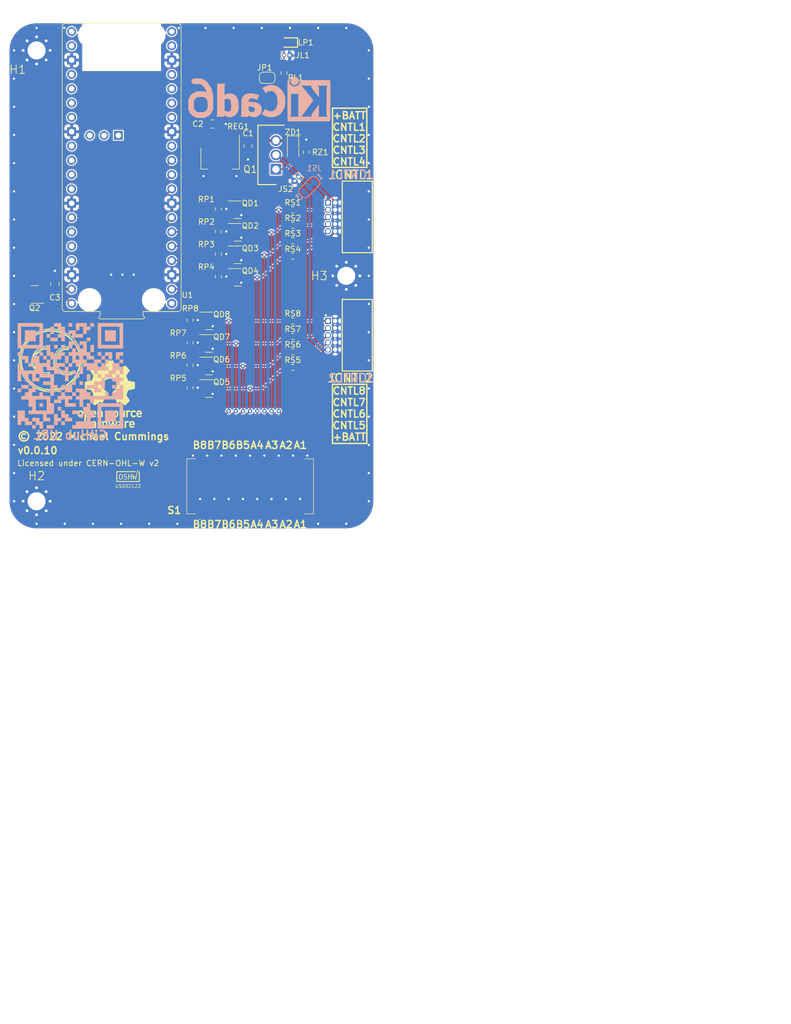
<source format=kicad_pcb>
(kicad_pcb (version 20211014) (generator pcbnew)
  (title_block (title "Picow SSR Control") (date "2023-01-25") (rev "0.0.10") (comment 2 "http://creativecommons.org/licenses/by-sa/4.0/") (comment 3 "License: CC By SA 4.0") (comment 4 "Author: Michael Cummings") (comment 5 "https://ohwr.org/project/cernohl/wikis/Documents/CERN-OHL-version-2") (comment 6 "Hardware License: CERN-OHL-W"))
  (layers (0 "F.Cu" signal) (31 "B.Cu" signal) (34 "B.Paste" user) (35 "F.Paste" user) (36 "B.SilkS" user "B.Silkscreen") (37 "F.SilkS" user "F.Silkscreen") (38 "B.Mask" user) (39 "F.Mask" user) (44 "Edge.Cuts" user))
  (net 0 "")
  (net 1 "/Power Management/VDC")
  (net 2 "GNDPWR")
  (net 3 "+5V")
  (net 4 "+BATT")
  (net 5 "Net-(JP1-Pad2)")
  (net 6 "/Control Out/PwrIn1")
  (net 7 "/Control Out/a1o")
  (net 8 "/Control Out/a2o")
  (net 9 "/Control Out/a3o")
  (net 10 "/Control Out/a4o")
  (net 11 "/Control Out/a8o")
  (net 12 "/Control Out/a7o")
  (net 13 "/Control Out/a6o")
  (net 14 "/Control Out/a5o")
  (net 38 "Net-(Q1-Pad1)")
  (net 39 "/Control Out/PwrIn2")
  (net 40 "Net-(JL1-Pad2)")
  (net 43 "/Pico W Control/VBUS")
  (net 44 "/Pico W Control/VSYS")
  (net 45 "/Pico W Control/IO4")
  (net 46 "/Control Out/BANK_A.CNTL4")
  (net 47 "/Pico W Control/IO3")
  (net 48 "/Control Out/BANK_A.CNTL3")
  (net 49 "/Pico W Control/IO2")
  (net 50 "/Control Out/BANK_A.CNTL2")
  (net 51 "/Pico W Control/IO1")
  (net 52 "/Control Out/BANK_A.CNTL1")
  (net 53 "/Pico W Control/IO8")
  (net 54 "/Control Out/BANK_B.CNTL8")
  (net 55 "/Pico W Control/IO7")
  (net 56 "/Control Out/BANK_B.CNTL7")
  (net 57 "/Pico W Control/IO6")
  (net 58 "/Control Out/BANK_B.CNTL6")
  (net 59 "/Pico W Control/IO5")
  (net 60 "/Control Out/BANK_B.CNTL5")
  (footprint "Connector_PinHeader_1.00mm:PinHeader_1x02_P1.00mm_Vertical" (layer "F.Cu") (at 67.346447 44.153553 135)
    (fp_text reference "JS2")
    (fp_text value "Conn_01x02" hide)
  )
  (footprint "Resistor_SMD:R_0603_1608Metric" (layer "F.Cu") (at 67 57.52)
    (fp_text reference "RS4")
    (fp_text value "270" hide)
  )
  (footprint "Resistor_SMD:R_0603_1608Metric" (layer "F.Cu") (at 67 71.75)
    (fp_text reference "RS7")
    (fp_text value "270" hide)
  )
  (footprint "Package_TO_SOT_SMD:SOT-23" (layer "F.Cu") (at 52.12 69)
    (fp_text reference "QD8")
    (fp_text value "2N7002K" hide)
  )
  (footprint "dragon_mobile:SAMTEC_SHF-105-01-L-D-RA" (layer "F.Cu") (at 73.885 71.54 -90)
    (fp_text reference "JCNTL2")
    (fp_text value "SHF-105-01-L-D-RA" hide)
  )
  (footprint "Resistor_SMD:R_0603_1608Metric" (layer "F.Cu") (at 67 49.27)
    (fp_text reference "RS1")
    (fp_text value "270" hide)
  )
  (footprint "Package_TO_SOT_SMD:SOT-223" (layer "F.Cu") (at 54.1 40.15 -90)
    (fp_text reference "REG1")
    (fp_text value "LM7805" hide)
  )
  (footprint "Resistor_SMD:R_0603_1608Metric" (layer "F.Cu") (at 48.77 80.875 -90)
    (fp_text reference "RP5")
    (fp_text value "10k" hide)
  )
  (footprint "Resistor_SMD:R_0603_1608Metric" (layer "F.Cu") (at 53.78 53.145 -90)
    (fp_text reference "RP2")
    (fp_text value "10k" hide)
  )
  (footprint "dragon_mobile:OSHW_Mono_0.1_Scale" (layer "F.Cu") (at 37.75 96.5)
    (fp_text reference "OSHW_Mono_0.1_Scale" hide)
    (fp_text value "US002122")
  )
  (footprint "Package_TO_SOT_SMD:SOT-23" (layer "F.Cu") (at 21.15 64.31 180)
    (fp_text reference "Q2")
    (fp_text value "DMG2305UX-7" hide)
  )
  (footprint "Resistor_SMD:R_0603_1608Metric" (layer "F.Cu") (at 67 77.25)
    (fp_text reference "RS5")
    (fp_text value "270" hide)
  )
  (footprint "Resistor_SMD:R_0603_1608Metric" (layer "F.Cu") (at 67 52.02)
    (fp_text reference "RS2")
    (fp_text value "270" hide)
  )
  (footprint "Resistor_SMD:R_0603_1608Metric" (layer "F.Cu") (at 48.77 76.875 -90)
    (fp_text reference "RP6")
    (fp_text value "10k" hide)
  )
  (footprint "Capacitor_SMD:C_0805_2012Metric" (layer "F.Cu") (at 52.75 34.05)
    (fp_text reference "C2")
    (fp_text value "100n" hide)
  )
  (footprint "Fiducial:Fiducial_0.5mm_Mask1mm" (layer "F.Cu") (at 21.5 26)
    (fp_text reference "FID1" hide)
    (fp_text value "Fiducial" hide)
  )
  (footprint "Resistor_SMD:R_0603_1608Metric" (layer "F.Cu") (at 69.4 39.075 90)
    (fp_text reference "RZ1")
    (fp_text value "100k" hide)
  )
  (footprint "dragon_mobile:1938MS" (layer "F.Cu") (at 59.42 98.35)
    (fp_text reference "S1")
    (fp_text value "193-8MS" hide)
  )
  (footprint "Fiducial:Fiducial_0.5mm_Mask1mm" (layer "F.Cu") (at 76.5 101)
    (fp_text reference "FID3" hide)
    (fp_text value "Fiducial" hide)
  )
  (footprint "Symbol:Symbol_CreativeCommons_SilkScreenTop_Type2_Big" (layer "F.Cu") (at 24 76)
    (fp_text reference "#LOGO2" hide)
    (fp_text value "Symbol_CreativeCommons_SilkScreenTop_Type2_Big" hide)
  )
  (footprint "Resistor_SMD:R_0603_1608Metric" (layer "F.Cu") (at 65.45 25.025 90)
    (fp_text reference "RL1")
    (fp_text value "270" hide)
  )
  (footprint "MountingHole:MountingHole_3.2mm_M3_Pad_Via" (layer "F.Cu") (at 21.5 101)
    (fp_text reference "H2")
    (fp_text value "MountingHole_Pad" hide)
  )
  (footprint "Resistor_SMD:R_0603_1608Metric" (layer "F.Cu") (at 53.78 49.145 -90)
    (fp_text reference "RP1")
    (fp_text value "10k" hide)
  )
  (footprint "Resistor_SMD:R_0603_1608Metric" (layer "F.Cu") (at 48.77 72.875 -90)
    (fp_text reference "RP7")
    (fp_text value "10k" hide)
  )
  (footprint "MountingHole:MountingHole_3.2mm_M3_Pad_Via" (layer "F.Cu") (at 21.5 21)
    (fp_text reference "H1")
    (fp_text value "MountingHole_Pad" hide)
  )
  (footprint "Resistor_SMD:R_0603_1608Metric" (layer "F.Cu") (at 67 74.5)
    (fp_text reference "RS6")
    (fp_text value "270" hide)
  )
  (footprint "Package_TO_SOT_SMD:SOT-23" (layer "F.Cu") (at 57.2 53.27)
    (fp_text reference "QD2")
    (fp_text value "2N7002K" hide)
  )
  (footprint "Package_TO_SOT_SMD:SOT-23" (layer "F.Cu") (at 57.2 49.27)
    (fp_text reference "QD1")
    (fp_text value "2N7002K" hide)
  )
  (footprint "Capacitor_SMD:C_0805_2012Metric" (layer "F.Cu") (at 59.05 37.95 -90)
    (fp_text reference "C1")
    (fp_text value "330n" hide)
  )
  (footprint "Connector_PinHeader_1.00mm:PinHeader_1x02_P1.00mm_Vertical" (layer "F.Cu") (at 66.45 21.85 -90)
    (fp_text reference "JL1")
    (fp_text value "Conn_01x02" hide)
  )
  (footprint "Resistor_SMD:R_0603_1608Metric" (layer "F.Cu") (at 53.78 57.145 -90)
    (fp_text reference "RP3")
    (fp_text value "10k" hide)
  )
  (footprint "Package_TO_SOT_SMD:SOT-23" (layer "F.Cu") (at 52.12 77)
    (fp_text reference "QD6")
    (fp_text value "2N7002K" hide)
  )
  (footprint "dragon_mobile:TO254P469X1042X1967-3P" (layer "F.Cu") (at 64 42.08 90)
    (fp_text reference "Q1")
    (fp_text value "IRF4905PBF" hide)
  )
  (footprint "Resistor_SMD:R_0603_1608Metric" (layer "F.Cu") (at 67 69)
    (fp_text reference "RS8")
    (fp_text value "270" hide)
  )
  (footprint "Resistor_SMD:R_0603_1608Metric" (layer "F.Cu") (at 67 54.77)
    (fp_text reference "RS3")
    (fp_text value "270" hide)
  )
  (footprint "Package_TO_SOT_SMD:SOT-23" (layer "F.Cu") (at 57.2 61.27)
    (fp_text reference "QD4")
    (fp_text value "2N7002K" hide)
  )
  (footprint "dragon_mobile:BZD27C10P-M3-08" (layer "F.Cu") (at 67.05 38.45 -90)
    (fp_text reference "ZD1")
    (fp_text value "+10v Zener Diode" hide)
  )
  (footprint "Capacitor_SMD:C_0805_2012Metric" (layer "F.Cu") (at 24.75 62.41 90)
    (fp_text reference "C3")
    (fp_text value "100n" hide)
  )
  (footprint "dragon_mobile:LEDC1608X80N" (layer "F.Cu") (at 66.25 19.6 180)
    (fp_text reference "LP1")
    (fp_text value "LTST-C190KGKT" hide)
  )
  (footprint "Fiducial:Fiducial_0.5mm_Mask1mm" (layer "F.Cu") (at 76.5 26)
    (fp_text reference "FID2" hide)
    (fp_text value "Fiducial" hide)
  )
  (footprint "Resistor_SMD:R_0603_1608Metric" (layer "F.Cu") (at 53.78 61.145 -90)
    (fp_text reference "RP4")
    (fp_text value "10k" hide)
  )
  (footprint "dragon_mobile:SAMTEC_SHF-105-01-L-D-RA" (layer "F.Cu") (at 73.885 50.54 -90)
    (fp_text reference "JCNTL1")
    (fp_text value "SHF-105-01-L-D-RA" hide)
  )
  (footprint "MountingHole:MountingHole_3.2mm_M3_Pad_Via" (layer "F.Cu") (at 76.5 61)
    (fp_text reference "H3")
    (fp_text value "MountingHole_Pad" hide)
  )
  (footprint "Package_TO_SOT_SMD:SOT-23" (layer "F.Cu") (at 57.2 57.27)
    (fp_text reference "QD3")
    (fp_text value "2N7002K" hide)
  )
  (footprint "Package_TO_SOT_SMD:SOT-23" (layer "F.Cu") (at 52.12 81)
    (fp_text reference "QD5")
    (fp_text value "2N7002K" hide)
  )
  (footprint "Symbol:OSHW-Logo_11.4x12mm_SilkScreen" (layer "F.Cu") (at 34.5 82)
    (fp_text reference "#LOGO1" hide)
    (fp_text value "OSHW-Logo_11.4x12mm_SilkScreen" hide)
  )
  (footprint "Jumper:SolderJumper-2_P1.3mm_Bridged_RoundedPad1.0x1.5mm" (layer "F.Cu") (at 62.45 25.85)
    (fp_text reference "JP1")
    (fp_text value "SolderJumper_2_Bridged" hide)
  )
  (footprint "Resistor_SMD:R_0603_1608Metric" (layer "F.Cu") (at 48.77 68.875 -90)
    (fp_text reference "RP8")
    (fp_text value "10k" hide)
  )
  (footprint "dragon_mobile:Raspberry_Pi_Pico_THT" (layer "F.Cu") (at 45.5 65.9 180)
    (fp_text reference "U1")
    (fp_text value "RaspberryPi-PicoW" hide)
  )
  (footprint "Package_TO_SOT_SMD:SOT-23" (layer "F.Cu") (at 52.12 73)
    (fp_text reference "QD7")
    (fp_text value "2N7002K" hide)
  )
  (footprint "Symbol:KiCad-Logo_8mm_SilkScreen" (layer "B.Cu") (at 63.55 29.6 180)
    (fp_text reference "#LOGO2" hide)
    (fp_text value "KiCad-Logo_8mm_SilkScreen" hide)
  )
  (footprint "Jumper:SolderJumper-3_P1.3mm_Bridged12_RoundedPad1.0x1.5mm_NumberLabels" (layer "B.Cu") (at 69.95 45.25 -135)
    (fp_text reference "JS1")
    (fp_text value "SolderJumper_3_Bridged12" hide)
  )
  (footprint "LOGO" (layer "B.Cu") (at 27.5 78.75 180)
    (fp_text reference "QRCode1" hide)
    (fp_text value "GitHub URL")
  )
  (gr_rect (start 74.05 31.25) (end 80.15 41.75) (layer "F.SilkS") (width 0.254) (fill none))
  (gr_rect (start 74.05 80.25) (end 80.15 90.75) (layer "F.SilkS") (width 0.254) (fill none))
  (gr_arc (start 76.5 16) (mid 80.035534 17.464466) (end 81.5 21) (layer "Edge.Cuts") (width 0.01))
  (gr_arc (start 21.5 106) (mid 17.964466 104.535534) (end 16.5 101) (layer "Edge.Cuts") (width 0.01))
  (gr_arc (start 81.5 101) (mid 80.035534 104.535534) (end 76.5 106) (layer "Edge.Cuts") (width 0.01))
  (gr_line (start 76.5 106) (end 21.5 106) (layer "Edge.Cuts") (width 0.01))
  (gr_line (start 21.5 16) (end 76.5 16) (layer "Edge.Cuts") (width 0.01))
  (gr_line (start 16.5 101) (end 16.5 21) (layer "Edge.Cuts") (width 0.01))
  (gr_line (start 81.5 21) (end 81.5 101) (layer "Edge.Cuts") (width 0.01))
  (gr_arc (start 16.5 21) (mid 17.964466 17.464466) (end 21.5 16) (layer "Edge.Cuts") (width 0.01))
  (gr_text "6" (at 50.65 29.75) (layer "B.SilkS") (effects (font (size 6 6) (thickness 1)) (justify mirror)))
  (gr_text "B7" (at 53.05 91.05) (layer "F.SilkS") (effects (font (size 1.27 1.27) (thickness 0.254))))
  (gr_text "B5" (at 58.15 105.1) (layer "F.SilkS") (effects (font (size 1.27 1.27) (thickness 0.254))))
  (gr_text "B8" (at 50.5 91.05) (layer "F.SilkS") (effects (font (size 1.27 1.27) (thickness 0.254))))
  (gr_text "B6" (at 55.6 105.1) (layer "F.SilkS") (effects (font (size 1.27 1.27) (thickness 0.254))))
  (gr_text "A2" (at 65.81 91.05) (layer "F.SilkS") (effects (font (size 1.27 1.27) (thickness 0.254))))
  (gr_text "A3" (at 63.27 91.05) (layer "F.SilkS") (effects (font (size 1.27 1.27) (thickness 0.254))))
  (gr_text "© 2022 Michael Cummings" (at 18 89.5) (layer "F.SilkS") (effects (font (size 1.27 1.27) (thickness 0.254)) (justify left)))
  (gr_text "A4" (at 60.65 91.05) (layer "F.SilkS") (effects (font (size 1.27 1.27) (thickness 0.254))))
  (gr_text "B8" (at 50.5 105.1) (layer "F.SilkS") (effects (font (size 1.27 1.27) (thickness 0.254))))
  (gr_text "Licensed under CERN-OHL-W v2" (at 18 94.25) (layer "F.SilkS") (effects (font (size 1 1)) (justify left)))
  (gr_text "A2" (at 65.81 105.1) (layer "F.SilkS") (effects (font (size 1.27 1.27) (thickness 0.254))))
  (gr_text "A1" (at 68.35 91.05) (layer "F.SilkS") (effects (font (size 1.27 1.27) (thickness 0.254))))
  (gr_text "B7" (at 53.05 105.1) (layer "F.SilkS") (effects (font (size 1.27 1.27) (thickness 0.254))))
  (gr_text "A1" (at 68.35 105.1) (layer "F.SilkS") (effects (font (size 1.27 1.27) (thickness 0.254))))
  (gr_text "B5" (at 58.15 91.05) (layer "F.SilkS") (effects (font (size 1.27 1.27) (thickness 0.254))))
  (gr_text "v0.0.10" (at 18 92) (layer "F.SilkS") (effects (font (size 1.27 1.27) (thickness 0.254)) (justify left)))
  (gr_text "B6" (at 55.6 91.05) (layer "F.SilkS") (effects (font (size 1.27 1.27) (thickness 0.254))))
  (gr_text "A4" (at 60.65 105.1) (layer "F.SilkS") (effects (font (size 1.27 1.27) (thickness 0.254))))
  (gr_text "CNTL8\nCNTL7\nCNTL6\nCNTL5\n+BATT" (at 73.95 85.5) (layer "F.SilkS") (effects (font (size 1.27 1.27) (thickness 0.254)) (justify left)))
  (gr_text "+BATT\nCNTL1\nCNTL2\nCNTL3\nCNTL4" (at 73.95 36.65) (layer "F.SilkS") (effects (font (size 1.27 1.27) (thickness 0.254)) (justify left)))
  (gr_text "A3" (at 63.27 105.1) (layer "F.SilkS") (effects (font (size 1.27 1.27) (thickness 0.254))))
  (segment (start 67.05 37) (end 56.4 37) (width 0.5) (layer "F.Cu") (net 1))
  (via (at 80.5 71) (size 0.8) (drill 0.4) (layers "F.Cu" "B.Cu") (net 2))
  (via (at 71.5 105) (size 0.8) (drill 0.4) (layers "F.Cu" "B.Cu") (net 2))
  (via (at 68.31 100.6) (size 0.8) (drill 0.4) (layers "F.Cu" "B.Cu") (net 2))
  (via (at 52.77 69.95) (size 0.8) (drill 0.4) (layers "F.Cu" "B.Cu") (net 2))
  (via (at 56.88 92.9) (size 0.8) (drill 0.4) (layers "F.Cu" "B.Cu") (net 2))
  (via (at 46.5 105) (size 0.8) (drill 0.4) (layers "F.Cu" "B.Cu") (net 2))
  (via (at 80.5 51) (size 0.8) (drill 0.4) (layers "F.Cu" "B.Cu") (net 2))
  (via (at 46.75 17) (size 0.8) (drill 0.4) (layers "F.Cu" "B.Cu") (net 2))
  (via (at 17.5 86) (size 0.8) (drill 0.4) (layers "F.Cu" "B.Cu") (net 2))
  (via (at 17.5 36) (size 0.8) (drill 0.4) (layers "F.Cu" "B.Cu") (net 2))
  (via (at 59.42 92.9) (size 0.8) (drill 0.4) (layers "F.Cu" "B.Cu") (net 2))
  (via (at 21.5 17) (size 0.8) (drill 0.4) (layers "F.Cu" "B.Cu") (net 2))
  (via (at 50.12 72.85) (size 0.8) (drill 0.4) (layers "F.Cu" "B.Cu") (net 2))
  (via (at 67.04 92.9) (size 0.8) (drill 0.4) (layers "F.Cu" "B.Cu") (net 2))
  (via (at 76.5 17) (size 0.8) (drill 0.4) (layers "F.Cu" "B.Cu") (net 2))
  (via (at 17.5 31) (size 0.8) (drill 0.4) (layers "F.Cu" "B.Cu") (net 2))
  (via (at 17.5 66) (size 0.8) (drill 0.4) (layers "F.Cu" "B.Cu") (net 2))
  (via (at 36.5 105) (size 0.8) (drill 0.4) (layers "F.Cu" "B.Cu") (net 2))
  (via (at 26.5 105) (size 0.8) (drill 0.4) (layers "F.Cu" "B.Cu") (net 2))
  (via (at 58.15 100.6) (size 0.8) (drill 0.4) (layers "F.Cu" "B.Cu") (net 2))
  (via (at 80.5 21) (size 0.8) (drill 0.4) (layers "F.Cu" "B.Cu") (net 2))
  (via (at 49.26 92.9) (size 0.8) (drill 0.4) (layers "F.Cu" "B.Cu") (net 2))
  (via (at 50.12 76.85) (size 0.8) (drill 0.4) (layers "F.Cu" "B.Cu") (net 2))
  (via (at 56.5 17) (size 0.8) (drill 0.4) (layers "F.Cu" "B.Cu") (net 2))
  (via (at 50.12 80.85) (size 0.8) (drill 0.4) (layers "F.Cu" "B.Cu") (net 2))
  (via (at 17.5 21) (size 0.8) (drill 0.4) (layers "F.Cu" "B.Cu") (net 2))
  (via (at 21.5 105) (size 0.8) (drill 0.4) (layers "F.Cu" "B.Cu") (net 2))
  (via (at 38.75 60.8) (size 0.8) (drill 0.4) (layers "F.Cu" "B.Cu") (net 2))
  (via (at 80.5 61) (size 0.8) (drill 0.4) (layers "F.Cu" "B.Cu") (net 2))
  (via (at 17.5 41) (size 0.8) (drill 0.4) (layers "F.Cu" "B.Cu") (net 2))
  (via (at 80.5 66) (size 0.8) (drill 0.4) (layers "F.Cu" "B.Cu") (net 2))
  (via (at 57.85 50.22) (size 0.8) (drill 0.4) (layers "F.Cu" "B.Cu") (net 2))
  (via (at 17.5 101) (size 0.8) (drill 0.4) (layers "F.Cu" "B.Cu") (net 2))
  (via (at 80.5 96) (size 0.8) (drill 0.4) (layers "F.Cu" "B.Cu") (net 2))
  (via (at 71.5 17) (size 0.8) (drill 0.4) (layers "F.Cu" "B.Cu") (net 2))
  (via (at 51.15 43.3) (size 0.8) (drill 0.4) (layers "F.Cu" "B.Cu") (net 2))
  (via (at 17.5 81) (size 0.8) (drill 0.4) (layers "F.Cu" "B.Cu") (net 2))
  (via (at 17.5 26) (size 0.8) (drill 0.4) (layers "F.Cu" "B.Cu") (net 2))
  (via (at 80.5 81) (size 0.8) (drill 0.4) (layers "F.Cu" "B.Cu") (net 2))
  (via (at 26.4 17) (size 0.8) (drill 0.4) (layers "F.Cu" "B.Cu") (net 2))
  (via (at 50.53 100.6) (size 0.8) (drill 0.4) (layers "F.Cu" "B.Cu") (net 2))
  (via (at 80.5 91) (size 0.8) (drill 0.4) (layers "F.Cu" "B.Cu") (net 2))
  (via (at 34.75 60.8) (size 0.8) (drill 0.4) (layers "F.Cu" "B.Cu") (net 2))
  (via (at 57.85 58.22) (size 0.8) (drill 0.4) (layers "F.Cu" "B.Cu") (net 2))
  (via (at 80.5 36) (size 0.8) (drill 0.4) (layers "F.Cu" "B.Cu") (net 2))
  (via (at 57 43.3) (size 0.8) (drill 0.4) (layers "F.Cu" "B.Cu") (net 2))
  (via (at 80.5 101) (size 0.8) (drill 0.4) (layers "F.Cu" "B.Cu") (net 2))
  (via (at 54.34 92.9) (size 0.8) (drill 0.4) (layers "F.Cu" "B.Cu") (net 2))
  (via (at 50.12 68.85) (size 0.8) (drill 0.4) (layers "F.Cu" "B.Cu") (net 2))
  (via (at 51.8 92.9) (size 0.8) (drill 0.4) (layers "F.Cu" "B.Cu") (net 2))
  (via (at 17.5 56) (size 0.8) (drill 0.4) (layers "F.Cu" "B.Cu") (net 2))
  (via (at 69.4 36.83) (size 0.8) (drill 0.4) (layers "F.Cu" "B.Cu") (net 2))
  (via (at 17.5 51) (size 0.8) (drill 0.4) (layers "F.Cu" "B.Cu") (net 2))
  (via (at 17.5 96) (size 0.8) (drill 0.4) (layers "F.Cu" "B.Cu") (net 2))
  (via (at 57.85 54.22) (size 0.8) (drill 0.4) (layers "F.Cu" "B.Cu") (net 2))
  (via (at 80.5 41) (size 0.8) (drill 0.4) (layers "F.Cu" "B.Cu") (net 2))
  (via (at 80.5 76) (size 0.8) (drill 0.4) (layers "F.Cu" "B.Cu") (net 2))
  (via (at 76.5 105) (size 0.8) (drill 0.4) (layers "F.Cu" "B.Cu") (net 2))
  (via (at 80.5 26) (size 0.8) (drill 0.4) (layers "F.Cu" "B.Cu") (net 2))
  (via (at 51.5 17) (size 0.8) (drill 0.4) (layers "F.Cu" "B.Cu") (net 2))
  (via (at 65.77 100.6) (size 0.8) (drill 0.4) (layers "F.Cu" "B.Cu") (net 2))
  (via (at 52.77 81.95) (size 0.8) (drill 0.4) (layers "F.Cu" "B.Cu") (net 2))
  (via (at 41.5 105) (size 0.8) (drill 0.4) (layers "F.Cu" "B.Cu") (net 2))
  (via (at 17.5 91) (size 0.8) (drill 0.4) (layers "F.Cu" "B.Cu") (net 2))
  (via (at 17.5 46) (size 0.8) (drill 0.4) (layers "F.Cu" "B.Cu") (net 2))
  (via (at 66.5 17) (size 0.8) (drill 0.4) (layers "F.Cu" "B.Cu") (net 2))
  (via (at 55.1 34.05) (size 0.8) (drill 0.4) (layers "F.Cu" "B.Cu") (net 2))
  (via (at 36.75 60.8) (size 0.8) (drill 0.4) (layers "F.Cu" "B.Cu") (net 2))
  (via (at 61.5 17) (size 0.8) (drill 0.4) (layers "F.Cu" "B.Cu") (net 2))
  (via (at 80.5 86) (size 0.8) (drill 0.4) (layers "F.Cu" "B.Cu") (net 2))
  (via (at 55.2 53.12) (size 0.8) (drill 0.4) (layers "F.Cu" "B.Cu") (net 2))
  (via (at 61.96 92.9) (size 0.8) (drill 0.4) (layers "F.Cu" "B.Cu") (net 2))
  (via (at 69.58 92.9) (size 0.8) (drill 0.4) (layers "F.Cu" "B.Cu") (net 2))
  (via (at 55.2 61.12) (size 0.8) (drill 0.4) (layers "F.Cu" "B.Cu") (net 2))
  (via (at 52.77 73.95) (size 0.8) (drill 0.4) (layers "F.Cu" "B.Cu") (net 2))
  (via (at 53.07 100.6) (size 0.8) (drill 0.4) (layers "F.Cu" "B.Cu") (net 2))
  (via (at 55.2 57.12) (size 0.8) (drill 0.4) (layers "F.Cu" "B.Cu") (net 2))
  (via (at 17.5 71) (size 0.8) (drill 0.4) (layers "F.Cu" "B.Cu") (net 2))
  (via (at 60.69 100.6) (size 0.8) (drill 0.4) (layers "F.Cu" "B.Cu") (net 2))
  (via (at 80.5 31) (size 0.8) (drill 0.4) (layers "F.Cu" "B.Cu") (net 2))
  (via (at 63.23 100.6) (size 0.8) (drill 0.4) (layers "F.Cu" "B.Cu") (net 2))
  (via (at 24.75 60.1) (size 0.8) (drill 0.4) (layers "F.Cu" "B.Cu") (net 2))
  (via (at 64.5 92.9) (size 0.8) (drill 0.4) (layers "F.Cu" "B.Cu") (net 2))
  (via (at 80.5 46) (size 0.8) (drill 0.4) (layers "F.Cu" "B.Cu") (net 2))
  (via (at 55.61 100.6) (size 0.8) (drill 0.4) (layers "F.Cu" "B.Cu") (net 2))
  (via (at 17.5 61) (size 0.8) (drill 0.4) (layers "F.Cu" "B.Cu") (net 2))
  (via (at 55.2 49.12) (size 0.8) (drill 0.4) (layers "F.Cu" "B.Cu") (net 2))
  (via (at 52.77 77.95) (size 0.8) (drill 0.4) (layers "F.Cu" "B.Cu") (net 2))
  (via (at 80.5 56) (size 0.8) (drill 0.4) (layers "F.Cu" "B.Cu") (net 2))
  (via (at 31.5 105) (size 0.8) (drill 0.4) (layers "F.Cu" "B.Cu") (net 2))
  (via (at 57.85 62.22) (size 0.8) (drill 0.4) (layers "F.Cu" "B.Cu") (net 2))
  (via (at 17.5 76) (size 0.8) (drill 0.4) (layers "F.Cu" "B.Cu") (net 2))
  (via (at 59.05 40.35) (size 0.8) (drill 0.4) (layers "F.Cu" "B.Cu") (net 2))
  (segment (start 61.8 25.85) (end 58.95 25.85) (width 0.25) (layer "F.Cu") (net 3))
  (segment (start 49.85 37) (end 47.65 39.2) (width 0.5) (layer "F.Cu") (net 3))
  (segment (start 51.8 37) (end 49.85 37) (width 0.5) (layer "F.Cu") (net 3))
  (segment (start 20.2125 44.6875) (end 20.2125 64.31) (width 0.5) (layer "F.Cu") (net 3))
  (segment (start 47.65 39.2) (end 25.7 39.2) (width 0.5) (layer "F.Cu") (net 3))
  (segment (start 25.7 39.2) (end 20.2125 44.6875) (width 0.5) (layer "F.Cu") (net 3))
  (segment (start 58.95 25.85) (end 51.8 33) (width 0.25) (layer "F.Cu") (net 3))
  (segment (start 51.8 33) (end 51.8 34.05) (width 0.25) (layer "F.Cu") (net 3))
  (segment (start 51.8 37) (end 51.8 34.05) (width 0.5) (layer "F.Cu") (net 3))
  (segment (start 69.95 45.25) (end 64.24 39.54) (width 0.5) (layer "B.Cu") (net 4))
  (segment (start 63.1 25.85) (end 65.45 25.85) (width 0.25) (layer "F.Cu") (net 5))
  (segment (start 73.25 47) (end 70.869239 44.619239) (width 0.5) (layer "B.Cu") (net 6))
  (segment (start 73.25 48) (end 73.25 47) (width 0.5) (layer "B.Cu") (net 6))
  (segment (start 67.825 49.27) (end 73.25 49.27) (width 0.25) (layer "F.Cu") (net 7))
  (segment (start 67.825 52.02) (end 71.77 52.02) (width 0.25) (layer "F.Cu") (net 8))
  (segment (start 71.77 52.02) (end 73.25 50.54) (width 0.25) (layer "F.Cu") (net 8))
  (segment (start 67.825 54.77) (end 70.29 54.77) (width 0.25) (layer "F.Cu") (net 9))
  (segment (start 70.29 54.77) (end 73.25 51.81) (width 0.25) (layer "F.Cu") (net 9))
  (segment (start 68.81 57.52) (end 73.25 53.08) (width 0.25) (layer "F.Cu") (net 10))
  (segment (start 67.825 57.52) (end 68.81 57.52) (width 0.25) (layer "F.Cu") (net 10))
  (segment (start 67.825 69) (end 73.25 69) (width 0.25) (layer "F.Cu") (net 11))
  (segment (start 71.77 71.75) (end 73.25 70.27) (width 0.25) (layer "F.Cu") (net 12))
  (segment (start 67.825 71.75) (end 71.77 71.75) (width 0.25) (layer "F.Cu") (net 12))
  (segment (start 67.825 74.5) (end 70.29 74.5) (width 0.25) (layer "F.Cu") (net 13))
  (segment (start 70.29 74.5) (end 73.25 71.54) (width 0.25) (layer "F.Cu") (net 13))
  (segment (start 67.825 77.25) (end 68.81 77.25) (width 0.25) (layer "F.Cu") (net 14))
  (segment (start 68.81 77.25) (end 73.25 72.81) (width 0.25) (layer "F.Cu") (net 14))
  (segment (start 64 42.08) (end 65.87 42.08) (width 0.25) (layer "F.Cu") (net 38))
  (segment (start 67.05 39.9) (end 69.4 39.9) (width 0.25) (layer "F.Cu") (net 38))
  (segment (start 67.05 40.9) (end 67.05 39.9) (width 0.25) (layer "F.Cu") (net 38))
  (segment (start 65.87 42.08) (end 67.05 40.9) (width 0.25) (layer "F.Cu") (net 38))
  (segment (start 70 71.9) (end 70 47.138478) (width 0.5) (layer "B.Cu") (net 39))
  (segment (start 72.18 74.08) (end 70 71.9) (width 0.5) (layer "B.Cu") (net 39))
  (segment (start 70 47.138478) (end 69.030761 46.169239) (width 0.5) (layer "B.Cu") (net 39))
  (segment (start 73.25 74.08) (end 72.18 74.08) (width 0.5) (layer "B.Cu") (net 39))
  (segment (start 65.45 24.2) (end 65.45 19.6) (width 0.25) (layer "F.Cu") (net 40))
  (segment (start 27.08 65.26) (end 27.72 65.9) (width 0.25) (layer "F.Cu") (net 43))
  (segment (start 22.0875 65.26) (end 27.08 65.26) (width 0.25) (layer "F.Cu") (net 43))
  (segment (start 22.0875 63.36) (end 27.72 63.36) (width 0.5) (layer "F.Cu") (net 44))
  (segment (start 56.2625 60.32) (end 53.78 60.32) (width 0.25) (layer "F.Cu") (net 45))
  (segment (start 49.94 63.36) (end 52.98 60.32) (width 0.25) (layer "F.Cu") (net 45))
  (segment (start 52.98 60.32) (end 53.78 60.32) (width 0.25) (layer "F.Cu") (net 45))
  (segment (start 45.5 63.36) (end 49.94 63.36) (width 0.25) (layer "F.Cu") (net 45))
  (segment (start 65.23 57.52) (end 66.175 57.52) (width 0.25) (layer "F.Cu") (net 46))
  (segment (start 61.48 61.27) (end 65.23 57.52) (width 0.25) (layer "F.Cu") (net 46))
  (segment (start 58.1375 61.27) (end 60.69 61.27) (width 0.25) (layer "F.Cu") (net 46))
  (segment (start 60.69 94.05) (end 60.69 85) (width 0.25) (layer "F.Cu") (net 46))
  (segment (start 60.69 61.27) (end 61.48 61.27) (width 0.25) (layer "F.Cu") (net 46))
  (via (at 60.69 61.27) (size 0.8) (drill 0.4) (layers "F.Cu" "B.Cu") (net 46))
  (via (at 60.69 85) (size 0.8) (drill 0.4) (layers "F.Cu" "B.Cu") (net 46))
  (segment (start 60.69 85) (end 60.69 61.27) (width 0.25) (layer "B.Cu") (net 46))
  (segment (start 51.02 58.28) (end 52.98 56.32) (width 0.25) (layer "F.Cu") (net 47))
  (segment (start 45.5 58.28) (end 51.02 58.28) (width 0.25) (layer "F.Cu") (net 47))
  (segment (start 52.98 56.32) (end 53.78 56.32) (width 0.25) (layer "F.Cu") (net 47))
  (segment (start 56.2625 56.32) (end 53.78 56.32) (width 0.25) (layer "F.Cu") (net 47))
  (segment (start 61.96 57.27) (end 62.78 57.27) (width 0.25) (layer "F.Cu") (net 48))
  (segment (start 58.1375 57.27) (end 61.96 57.27) (width 0.25) (layer "F.Cu") (net 48))
  (segment (start 63.23 86.27) (end 61.96 85) (width 0.25) (layer "F.Cu") (net 48))
  (segment (start 63.23 94.05) (end 63.23 86.27) (width 0.25) (layer "F.Cu") (net 48))
  (segment (start 65.28 54.77) (end 66.175 54.77) (width 0.25) (layer "F.Cu") (net 48))
  (segment (start 62.78 57.27) (end 65.28 54.77) (width 0.25) (layer "F.Cu") (net 48))
  (via (at 61.96 57.27) (size 0.8) (drill 0.4) (layers "F.Cu" "B.Cu") (net 48))
  (via (at 61.96 85) (size 0.8) (drill 0.4) (layers "F.Cu" "B.Cu") (net 48))
  (segment (start 61.96 85) (end 61.96 57.27) (width 0.25) (layer "B.Cu") (net 48))
  (segment (start 52.33 52.32) (end 53.78 52.32) (width 0.25) (layer "F.Cu") (net 49))
  (segment (start 45.5 55.74) (end 48.91 55.74) (width 0.25) (layer "F.Cu") (net 49))
  (segment (start 56.2625 52.32) (end 53.78 52.32) (width 0.25) (layer "F.Cu") (net 49))
  (segment (start 48.91 55.74) (end 52.33 52.32) (width 0.25) (layer "F.Cu") (net 49))
  (segment (start 58.1375 53.27) (end 63.23 53.27) (width 0.25) (layer "F.Cu") (net 50))
  (segment (start 65.77 94.05) (end 65.77 87.54) (width 0.25) (layer "F.Cu") (net 50))
  (segment (start 63.93 53.27) (end 65.18 52.02) (width 0.25) (layer "F.Cu") (net 50))
  (segment (start 65.77 87.54) (end 63.23 85) (width 0.25) (layer "F.Cu") (net 50))
  (segment (start 65.18 52.02) (end 66.175 52.02) (width 0.25) (layer "F.Cu") (net 50))
  (segment (start 63.23 53.27) (end 63.93 53.27) (width 0.25) (layer "F.Cu") (net 50))
  (via (at 63.23 53.27) (size 0.8) (drill 0.4) (layers "F.Cu" "B.Cu") (net 50))
  (via (at 63.23 85) (size 0.8) (drill 0.4) (layers "F.Cu" "B.Cu") (net 50))
  (segment (start 63.23 85) (end 63.23 53.27) (width 0.25) (layer "B.Cu") (net 50))
  (segment (start 45.5 53.2) (end 47.5 53.2) (width 0.25) (layer "F.Cu") (net 51))
  (segment (start 47.5 53.2) (end 52.38 48.32) (width 0.25) (layer "F.Cu") (net 51))
  (segment (start 52.38 48.32) (end 53.78 48.32) (width 0.25) (layer "F.Cu") (net 51))
  (segment (start 56.2625 48.32) (end 53.78 48.32) (width 0.25) (layer "F.Cu") (net 51))
  (segment (start 64.5 49.27) (end 58.1375 49.27) (width 0.25) (layer "F.Cu") (net 52))
  (segment (start 68.31 94.05) (end 68.31 88.81) (width 0.25) (layer "F.Cu") (net 52))
  (segment (start 66.175 49.27) (end 64.5 49.27) (width 0.25) (layer "F.Cu") (net 52))
  (segment (start 68.31 88.81) (end 64.5 85) (width 0.25) (layer "F.Cu") (net 52))
  (via (at 64.5 85) (size 0.8) (drill 0.4) (layers "F.Cu" "B.Cu") (net 52))
  (via (at 64.5 49.27) (size 0.8) (drill 0.4) (layers "F.Cu" "B.Cu") (net 52))
  (segment (start 64.5 85) (end 64.5 49.27) (width 0.25) (layer "B.Cu") (net 52))
  (segment (start 51.1825 68.05) (end 48.77 68.05) (width 0.25) (layer "F.Cu") (net 53))
  (segment (start 48.77 68.05) (end 41.5 68.05) (width 0.25) (layer "F.Cu") (net 53))
  (segment (start 41.5 68.05) (end 39.75 66.3) (width 0.25) (layer "F.Cu") (net 53))
  (segment (start 39.75 56.41) (end 45.5 50.66) (width 0.25) (layer "F.Cu") (net 53))
  (segment (start 39.75 66.3) (end 39.75 56.41) (width 0.25) (layer "F.Cu") (net 53))
  (segment (start 50.53 90.08) (end 55.61 85) (width 0.25) (layer "F.Cu") (net 54))
  (segment (start 50.53 94.05) (end 50.53 90.08) (width 0.25) (layer "F.Cu") (net 54))
  (segment (start 53.0575 69) (end 66.175 69) (width 0.25) (layer "F.Cu") (net 54))
  (via (at 55.61 85) (size 0.8) (drill 0.4) (layers "F.Cu" "B.Cu") (net 54))
  (via (at 55.61 69) (size 0.8) (drill 0.4) (layers "F.Cu" "B.Cu") (net 54))
  (segment (start 55.61 85) (end 55.61 69) (width 0.25) (layer "B.Cu") (net 54))
  (segment (start 42.85 72.05) (end 37.75 66.95) (width 0.25) (layer "F.Cu") (net 55))
  (segment (start 37.75 66.95) (end 37.75 53.33) (width 0.25) (layer "F.Cu") (net 55))
  (segment (start 48.77 72.05) (end 42.85 72.05) (width 0.25) (layer "F.Cu") (net 55))
  (segment (start 37.75 53.33) (end 45.5 45.58) (width 0.25) (layer "F.Cu") (net 55))
  (segment (start 51.1825 72.05) (end 48.77 72.05) (width 0.25) (layer "F.Cu") (net 55))
  (segment (start 53.07 88.81) (end 56.88 85) (width 0.25) (layer "F.Cu") (net 56))
  (segment (start 53.07 94.05) (end 53.07 88.81) (width 0.25) (layer "F.Cu") (net 56))
  (segment (start 64.15 73) (end 65.4 71.75) (width 0.25) (layer "F.Cu") (net 56))
  (segment (start 65.4 71.75) (end 66.175 71.75) (width 0.25) (layer "F.Cu") (net 56))
  (segment (start 53.0575 73) (end 56.88 73) (width 0.25) (layer "F.Cu") (net 56))
  (segment (start 56.88 73) (end 64.15 73) (width 0.25) (layer "F.Cu") (net 56))
  (via (at 56.88 85) (size 0.8) (drill 0.4) (layers "F.Cu" "B.Cu") (net 56))
  (via (at 56.88 73) (size 0.8) (drill 0.4) (layers "F.Cu" "B.Cu") (net 56))
  (segment (start 56.88 85) (end 56.88 73) (width 0.25) (layer "B.Cu") (net 56))
  (segment (start 35.75 67.65) (end 35.75 52.79) (width 0.25) (layer "F.Cu") (net 57))
  (segment (start 48.77 76.05) (end 44.15 76.05) (width 0.25) (layer "F.Cu") (net 57))
  (segment (start 44.15 76.05) (end 35.75 67.65) (width 0.25) (layer "F.Cu") (net 57))
  (segment (start 35.75 52.79) (end 45.5 43.04) (width 0.25) (layer "F.Cu") (net 57))
  (segment (start 51.179603 76.047103) (end 48.772897 76.047103) (width 0.25) (layer "F.Cu") (net 57))
  (segment (start 62.85 77) (end 65.35 74.5) (width 0.25) (layer "F.Cu") (net 58))
  (segment (start 53.0575 77) (end 58.15 77) (width 0.25) (layer "F.Cu") (net 58))
  (segment (start 55.61 94.05) (end 55.61 87.54) (width 0.25) (layer "F.Cu") (net 58))
  (segment (start 58.15 77) (end 62.85 77) (width 0.25) (layer "F.Cu") (net 58))
  (segment (start 55.61 87.54) (end 58.15 85) (width 0.25) (layer "F.Cu") (net 58))
  (segment (start 65.35 74.5) (end 66.175 74.5) (width 0.25) (layer "F.Cu") (net 58))
  (via (at 58.15 85) (size 0.8) (drill 0.4) (layers "F.Cu" "B.Cu") (net 58))
  (via (at 58.15 77) (size 0.8) (drill 0.4) (layers "F.Cu" "B.Cu") (net 58))
  (segment (start 58.15 85) (end 58.15 77) (width 0.25) (layer "B.Cu") (net 58))
  (segment (start 33.75 68.4) (end 33.75 52.25) (width 0.25) (layer "F.Cu") (net 59))
  (segment (start 45.4 80.05) (end 33.75 68.4) (width 0.25) (layer "F.Cu") (net 59))
  (segment (start 51.1825 80.05) (end 48.77 80.05) (width 0.25) (layer "F.Cu") (net 59))
  (segment (start 48.77 80.05) (end 45.4 80.05) (width 0.25) (layer "F.Cu") (net 59))
  (segment (start 33.75 52.25) (end 45.5 40.5) (width 0.25) (layer "F.Cu") (net 59))
  (segment (start 58.15 86.27) (end 59.42 85) (width 0.25) (layer "F.Cu") (net 60))
  (segment (start 59.42 81) (end 61.6 81) (width 0.25) (layer "F.Cu") (net 60))
  (segment (start 53.0575 81) (end 59.42 81) (width 0.25) (layer "F.Cu") (net 60))
  (segment (start 61.6 81) (end 65.35 77.25) (width 0.25) (layer "F.Cu") (net 60))
  (segment (start 65.35 77.25) (end 66.175 77.25) (width 0.25) (layer "F.Cu") (net 60))
  (segment (start 58.15 94.05) (end 58.15 86.27) (width 0.25) (layer "F.Cu") (net 60))
  (via (at 59.42 85) (size 0.8) (drill 0.4) (layers "F.Cu" "B.Cu") (net 60))
  (via (at 59.42 81) (size 0.8) (drill 0.4) (layers "F.Cu" "B.Cu") (net 60))
  (segment (start 59.42 85) (end 59.42 81) (width 0.25) (layer "B.Cu") (net 60))
  (zone (net 2) (net_name "GNDPWR") (layers F&B.Cu) (connect_pads (clearance 0.2)) (min_thickness 0.2) (fill yes (thermal_gap 0.508) (thermal_bridge_width 0.508) (smoothing fillet) (radius 3))
    (polygon (pts (xy 83 15) (xy 83 107) (xy 15 107) (xy 15 15)))
  )
)
</source>
